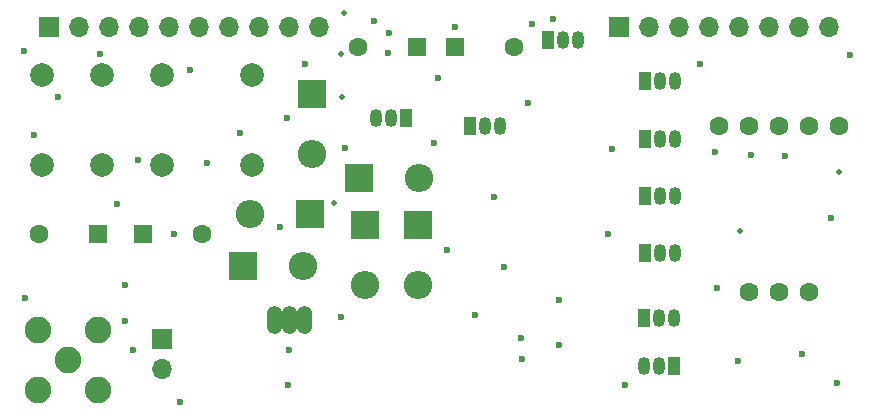
<source format=gts>
G04 #@! TF.GenerationSoftware,KiCad,Pcbnew,8.0.0*
G04 #@! TF.CreationDate,2025-01-04T20:08:10+01:00*
G04 #@! TF.ProjectId,inzynierka,696e7a79-6e69-4657-926b-612e6b696361,rev?*
G04 #@! TF.SameCoordinates,Original*
G04 #@! TF.FileFunction,Soldermask,Top*
G04 #@! TF.FilePolarity,Negative*
%FSLAX46Y46*%
G04 Gerber Fmt 4.6, Leading zero omitted, Abs format (unit mm)*
G04 Created by KiCad (PCBNEW 8.0.0) date 2025-01-04 20:08:10*
%MOMM*%
%LPD*%
G01*
G04 APERTURE LIST*
%ADD10C,0.001000*%
%ADD11R,2.400000X2.400000*%
%ADD12O,2.400000X2.400000*%
%ADD13R,1.600000X1.600000*%
%ADD14C,1.600000*%
%ADD15R,1.700000X1.700000*%
%ADD16O,1.700000X1.700000*%
%ADD17R,1.050000X1.500000*%
%ADD18O,1.050000X1.500000*%
%ADD19C,2.000000*%
%ADD20C,2.250000*%
%ADD21C,0.600000*%
%ADD22C,0.500000*%
G04 APERTURE END LIST*
D10*
X131132800Y-103739500D02*
X131163800Y-103743500D01*
X131195800Y-103748500D01*
X131225800Y-103755500D01*
X131256800Y-103763500D01*
X131286800Y-103773500D01*
X131315800Y-103785500D01*
X131344800Y-103798500D01*
X131372800Y-103812500D01*
X131399800Y-103828500D01*
X131425800Y-103846500D01*
X131451800Y-103865500D01*
X131475800Y-103885500D01*
X131498800Y-103906500D01*
X131520800Y-103928500D01*
X131541800Y-103952500D01*
X131561800Y-103977500D01*
X131579800Y-104002500D01*
X131596800Y-104029500D01*
X131612800Y-104057500D01*
X131626800Y-104085500D01*
X131638800Y-104114500D01*
X131649800Y-104143500D01*
X131659800Y-104173500D01*
X131667800Y-104204500D01*
X131673800Y-104235500D01*
X131678800Y-104266500D01*
X131681800Y-104297500D01*
X131682800Y-104329500D01*
X131682800Y-104357500D01*
X131682800Y-105357500D01*
X131682800Y-105385500D01*
X131681800Y-105417500D01*
X131678800Y-105448500D01*
X131673800Y-105479500D01*
X131667800Y-105510500D01*
X131659800Y-105541500D01*
X131649800Y-105571500D01*
X131638800Y-105600500D01*
X131626800Y-105629500D01*
X131612800Y-105657500D01*
X131596800Y-105685500D01*
X131579800Y-105712500D01*
X131561800Y-105737500D01*
X131541800Y-105762500D01*
X131520800Y-105786500D01*
X131498800Y-105808500D01*
X131475800Y-105829500D01*
X131451800Y-105849500D01*
X131425800Y-105868500D01*
X131399800Y-105886500D01*
X131372800Y-105902500D01*
X131344800Y-105916500D01*
X131315800Y-105929500D01*
X131286800Y-105941500D01*
X131256800Y-105951500D01*
X131225800Y-105959500D01*
X131195800Y-105966500D01*
X131163800Y-105971500D01*
X131132800Y-105975500D01*
X131097800Y-105977500D01*
X131062800Y-105975500D01*
X131031800Y-105971500D01*
X130999800Y-105966500D01*
X130969800Y-105959500D01*
X130938800Y-105951500D01*
X130908800Y-105941500D01*
X130879800Y-105929500D01*
X130850800Y-105916500D01*
X130822800Y-105902500D01*
X130795800Y-105886500D01*
X130769800Y-105868500D01*
X130743800Y-105849500D01*
X130719800Y-105829500D01*
X130696800Y-105808500D01*
X130674800Y-105786500D01*
X130653800Y-105762500D01*
X130633800Y-105737500D01*
X130615800Y-105712500D01*
X130598800Y-105685500D01*
X130582800Y-105657500D01*
X130568800Y-105629500D01*
X130556800Y-105600500D01*
X130545800Y-105571500D01*
X130535800Y-105541500D01*
X130527800Y-105510500D01*
X130521800Y-105479500D01*
X130516800Y-105448500D01*
X130513800Y-105417500D01*
X130512800Y-105385500D01*
X130512800Y-105357500D01*
X130512800Y-104357500D01*
X130512800Y-104329500D01*
X130513800Y-104297500D01*
X130516800Y-104266500D01*
X130521800Y-104235500D01*
X130527800Y-104204500D01*
X130535800Y-104173500D01*
X130545800Y-104143500D01*
X130556800Y-104114500D01*
X130568800Y-104085500D01*
X130582800Y-104057500D01*
X130598800Y-104029500D01*
X130615800Y-104002500D01*
X130633800Y-103977500D01*
X130653800Y-103952500D01*
X130674800Y-103928500D01*
X130696800Y-103906500D01*
X130719800Y-103885500D01*
X130743800Y-103865500D01*
X130769800Y-103846500D01*
X130795800Y-103828500D01*
X130822800Y-103812500D01*
X130850800Y-103798500D01*
X130879800Y-103785500D01*
X130908800Y-103773500D01*
X130938800Y-103763500D01*
X130969800Y-103755500D01*
X130999800Y-103748500D01*
X131031800Y-103743500D01*
X131062800Y-103739500D01*
X131097800Y-103737500D01*
X131132800Y-103739500D01*
G36*
X131132800Y-103739500D02*
G01*
X131163800Y-103743500D01*
X131195800Y-103748500D01*
X131225800Y-103755500D01*
X131256800Y-103763500D01*
X131286800Y-103773500D01*
X131315800Y-103785500D01*
X131344800Y-103798500D01*
X131372800Y-103812500D01*
X131399800Y-103828500D01*
X131425800Y-103846500D01*
X131451800Y-103865500D01*
X131475800Y-103885500D01*
X131498800Y-103906500D01*
X131520800Y-103928500D01*
X131541800Y-103952500D01*
X131561800Y-103977500D01*
X131579800Y-104002500D01*
X131596800Y-104029500D01*
X131612800Y-104057500D01*
X131626800Y-104085500D01*
X131638800Y-104114500D01*
X131649800Y-104143500D01*
X131659800Y-104173500D01*
X131667800Y-104204500D01*
X131673800Y-104235500D01*
X131678800Y-104266500D01*
X131681800Y-104297500D01*
X131682800Y-104329500D01*
X131682800Y-104357500D01*
X131682800Y-105357500D01*
X131682800Y-105385500D01*
X131681800Y-105417500D01*
X131678800Y-105448500D01*
X131673800Y-105479500D01*
X131667800Y-105510500D01*
X131659800Y-105541500D01*
X131649800Y-105571500D01*
X131638800Y-105600500D01*
X131626800Y-105629500D01*
X131612800Y-105657500D01*
X131596800Y-105685500D01*
X131579800Y-105712500D01*
X131561800Y-105737500D01*
X131541800Y-105762500D01*
X131520800Y-105786500D01*
X131498800Y-105808500D01*
X131475800Y-105829500D01*
X131451800Y-105849500D01*
X131425800Y-105868500D01*
X131399800Y-105886500D01*
X131372800Y-105902500D01*
X131344800Y-105916500D01*
X131315800Y-105929500D01*
X131286800Y-105941500D01*
X131256800Y-105951500D01*
X131225800Y-105959500D01*
X131195800Y-105966500D01*
X131163800Y-105971500D01*
X131132800Y-105975500D01*
X131097800Y-105977500D01*
X131062800Y-105975500D01*
X131031800Y-105971500D01*
X130999800Y-105966500D01*
X130969800Y-105959500D01*
X130938800Y-105951500D01*
X130908800Y-105941500D01*
X130879800Y-105929500D01*
X130850800Y-105916500D01*
X130822800Y-105902500D01*
X130795800Y-105886500D01*
X130769800Y-105868500D01*
X130743800Y-105849500D01*
X130719800Y-105829500D01*
X130696800Y-105808500D01*
X130674800Y-105786500D01*
X130653800Y-105762500D01*
X130633800Y-105737500D01*
X130615800Y-105712500D01*
X130598800Y-105685500D01*
X130582800Y-105657500D01*
X130568800Y-105629500D01*
X130556800Y-105600500D01*
X130545800Y-105571500D01*
X130535800Y-105541500D01*
X130527800Y-105510500D01*
X130521800Y-105479500D01*
X130516800Y-105448500D01*
X130513800Y-105417500D01*
X130512800Y-105385500D01*
X130512800Y-105357500D01*
X130512800Y-104357500D01*
X130512800Y-104329500D01*
X130513800Y-104297500D01*
X130516800Y-104266500D01*
X130521800Y-104235500D01*
X130527800Y-104204500D01*
X130535800Y-104173500D01*
X130545800Y-104143500D01*
X130556800Y-104114500D01*
X130568800Y-104085500D01*
X130582800Y-104057500D01*
X130598800Y-104029500D01*
X130615800Y-104002500D01*
X130633800Y-103977500D01*
X130653800Y-103952500D01*
X130674800Y-103928500D01*
X130696800Y-103906500D01*
X130719800Y-103885500D01*
X130743800Y-103865500D01*
X130769800Y-103846500D01*
X130795800Y-103828500D01*
X130822800Y-103812500D01*
X130850800Y-103798500D01*
X130879800Y-103785500D01*
X130908800Y-103773500D01*
X130938800Y-103763500D01*
X130969800Y-103755500D01*
X130999800Y-103748500D01*
X131031800Y-103743500D01*
X131062800Y-103739500D01*
X131097800Y-103737500D01*
X131132800Y-103739500D01*
G37*
X132402800Y-103739500D02*
X132433800Y-103743500D01*
X132465800Y-103748500D01*
X132495800Y-103755500D01*
X132526800Y-103763500D01*
X132556800Y-103773500D01*
X132585800Y-103785500D01*
X132614800Y-103798500D01*
X132642800Y-103812500D01*
X132669800Y-103828500D01*
X132695800Y-103846500D01*
X132721800Y-103865500D01*
X132745800Y-103885500D01*
X132768800Y-103906500D01*
X132790800Y-103928500D01*
X132811800Y-103952500D01*
X132831800Y-103977500D01*
X132849800Y-104002500D01*
X132866800Y-104029500D01*
X132882800Y-104057500D01*
X132896800Y-104085500D01*
X132908800Y-104114500D01*
X132919800Y-104143500D01*
X132929800Y-104173500D01*
X132937800Y-104204500D01*
X132943800Y-104235500D01*
X132948800Y-104266500D01*
X132951800Y-104297500D01*
X132952800Y-104329500D01*
X132952800Y-104357500D01*
X132952800Y-105357500D01*
X132952800Y-105385500D01*
X132951800Y-105417500D01*
X132948800Y-105448500D01*
X132943800Y-105479500D01*
X132937800Y-105510500D01*
X132929800Y-105541500D01*
X132919800Y-105571500D01*
X132908800Y-105600500D01*
X132896800Y-105629500D01*
X132882800Y-105657500D01*
X132866800Y-105685500D01*
X132849800Y-105712500D01*
X132831800Y-105737500D01*
X132811800Y-105762500D01*
X132790800Y-105786500D01*
X132768800Y-105808500D01*
X132745800Y-105829500D01*
X132721800Y-105849500D01*
X132695800Y-105868500D01*
X132669800Y-105886500D01*
X132642800Y-105902500D01*
X132614800Y-105916500D01*
X132585800Y-105929500D01*
X132556800Y-105941500D01*
X132526800Y-105951500D01*
X132495800Y-105959500D01*
X132465800Y-105966500D01*
X132433800Y-105971500D01*
X132402800Y-105975500D01*
X132367800Y-105977500D01*
X132332800Y-105975500D01*
X132301800Y-105971500D01*
X132269800Y-105966500D01*
X132239800Y-105959500D01*
X132208800Y-105951500D01*
X132178800Y-105941500D01*
X132149800Y-105929500D01*
X132120800Y-105916500D01*
X132092800Y-105902500D01*
X132065800Y-105886500D01*
X132039800Y-105868500D01*
X132013800Y-105849500D01*
X131989800Y-105829500D01*
X131966800Y-105808500D01*
X131944800Y-105786500D01*
X131923800Y-105762500D01*
X131903800Y-105737500D01*
X131885800Y-105712500D01*
X131868800Y-105685500D01*
X131852800Y-105657500D01*
X131838800Y-105629500D01*
X131826800Y-105600500D01*
X131815800Y-105571500D01*
X131805800Y-105541500D01*
X131797800Y-105510500D01*
X131791800Y-105479500D01*
X131786800Y-105448500D01*
X131783800Y-105417500D01*
X131782800Y-105385500D01*
X131782800Y-105357500D01*
X131782800Y-104357500D01*
X131782800Y-104329500D01*
X131783800Y-104297500D01*
X131786800Y-104266500D01*
X131791800Y-104235500D01*
X131797800Y-104204500D01*
X131805800Y-104173500D01*
X131815800Y-104143500D01*
X131826800Y-104114500D01*
X131838800Y-104085500D01*
X131852800Y-104057500D01*
X131868800Y-104029500D01*
X131885800Y-104002500D01*
X131903800Y-103977500D01*
X131923800Y-103952500D01*
X131944800Y-103928500D01*
X131966800Y-103906500D01*
X131989800Y-103885500D01*
X132013800Y-103865500D01*
X132039800Y-103846500D01*
X132065800Y-103828500D01*
X132092800Y-103812500D01*
X132120800Y-103798500D01*
X132149800Y-103785500D01*
X132178800Y-103773500D01*
X132208800Y-103763500D01*
X132239800Y-103755500D01*
X132269800Y-103748500D01*
X132301800Y-103743500D01*
X132332800Y-103739500D01*
X132367800Y-103737500D01*
X132402800Y-103739500D01*
G36*
X132402800Y-103739500D02*
G01*
X132433800Y-103743500D01*
X132465800Y-103748500D01*
X132495800Y-103755500D01*
X132526800Y-103763500D01*
X132556800Y-103773500D01*
X132585800Y-103785500D01*
X132614800Y-103798500D01*
X132642800Y-103812500D01*
X132669800Y-103828500D01*
X132695800Y-103846500D01*
X132721800Y-103865500D01*
X132745800Y-103885500D01*
X132768800Y-103906500D01*
X132790800Y-103928500D01*
X132811800Y-103952500D01*
X132831800Y-103977500D01*
X132849800Y-104002500D01*
X132866800Y-104029500D01*
X132882800Y-104057500D01*
X132896800Y-104085500D01*
X132908800Y-104114500D01*
X132919800Y-104143500D01*
X132929800Y-104173500D01*
X132937800Y-104204500D01*
X132943800Y-104235500D01*
X132948800Y-104266500D01*
X132951800Y-104297500D01*
X132952800Y-104329500D01*
X132952800Y-104357500D01*
X132952800Y-105357500D01*
X132952800Y-105385500D01*
X132951800Y-105417500D01*
X132948800Y-105448500D01*
X132943800Y-105479500D01*
X132937800Y-105510500D01*
X132929800Y-105541500D01*
X132919800Y-105571500D01*
X132908800Y-105600500D01*
X132896800Y-105629500D01*
X132882800Y-105657500D01*
X132866800Y-105685500D01*
X132849800Y-105712500D01*
X132831800Y-105737500D01*
X132811800Y-105762500D01*
X132790800Y-105786500D01*
X132768800Y-105808500D01*
X132745800Y-105829500D01*
X132721800Y-105849500D01*
X132695800Y-105868500D01*
X132669800Y-105886500D01*
X132642800Y-105902500D01*
X132614800Y-105916500D01*
X132585800Y-105929500D01*
X132556800Y-105941500D01*
X132526800Y-105951500D01*
X132495800Y-105959500D01*
X132465800Y-105966500D01*
X132433800Y-105971500D01*
X132402800Y-105975500D01*
X132367800Y-105977500D01*
X132332800Y-105975500D01*
X132301800Y-105971500D01*
X132269800Y-105966500D01*
X132239800Y-105959500D01*
X132208800Y-105951500D01*
X132178800Y-105941500D01*
X132149800Y-105929500D01*
X132120800Y-105916500D01*
X132092800Y-105902500D01*
X132065800Y-105886500D01*
X132039800Y-105868500D01*
X132013800Y-105849500D01*
X131989800Y-105829500D01*
X131966800Y-105808500D01*
X131944800Y-105786500D01*
X131923800Y-105762500D01*
X131903800Y-105737500D01*
X131885800Y-105712500D01*
X131868800Y-105685500D01*
X131852800Y-105657500D01*
X131838800Y-105629500D01*
X131826800Y-105600500D01*
X131815800Y-105571500D01*
X131805800Y-105541500D01*
X131797800Y-105510500D01*
X131791800Y-105479500D01*
X131786800Y-105448500D01*
X131783800Y-105417500D01*
X131782800Y-105385500D01*
X131782800Y-105357500D01*
X131782800Y-104357500D01*
X131782800Y-104329500D01*
X131783800Y-104297500D01*
X131786800Y-104266500D01*
X131791800Y-104235500D01*
X131797800Y-104204500D01*
X131805800Y-104173500D01*
X131815800Y-104143500D01*
X131826800Y-104114500D01*
X131838800Y-104085500D01*
X131852800Y-104057500D01*
X131868800Y-104029500D01*
X131885800Y-104002500D01*
X131903800Y-103977500D01*
X131923800Y-103952500D01*
X131944800Y-103928500D01*
X131966800Y-103906500D01*
X131989800Y-103885500D01*
X132013800Y-103865500D01*
X132039800Y-103846500D01*
X132065800Y-103828500D01*
X132092800Y-103812500D01*
X132120800Y-103798500D01*
X132149800Y-103785500D01*
X132178800Y-103773500D01*
X132208800Y-103763500D01*
X132239800Y-103755500D01*
X132269800Y-103748500D01*
X132301800Y-103743500D01*
X132332800Y-103739500D01*
X132367800Y-103737500D01*
X132402800Y-103739500D01*
G37*
X133672800Y-103739500D02*
X133703800Y-103743500D01*
X133735800Y-103748500D01*
X133765800Y-103755500D01*
X133796800Y-103763500D01*
X133826800Y-103773500D01*
X133855800Y-103785500D01*
X133884800Y-103798500D01*
X133912800Y-103812500D01*
X133939800Y-103828500D01*
X133965800Y-103846500D01*
X133991800Y-103865500D01*
X134015800Y-103885500D01*
X134038800Y-103906500D01*
X134060800Y-103928500D01*
X134081800Y-103952500D01*
X134101800Y-103977500D01*
X134119800Y-104002500D01*
X134136800Y-104029500D01*
X134152800Y-104057500D01*
X134166800Y-104085500D01*
X134178800Y-104114500D01*
X134189800Y-104143500D01*
X134199800Y-104173500D01*
X134207800Y-104204500D01*
X134213800Y-104235500D01*
X134218800Y-104266500D01*
X134221800Y-104297500D01*
X134222800Y-104329500D01*
X134222800Y-104357500D01*
X134222800Y-105357500D01*
X134222800Y-105385500D01*
X134221800Y-105417500D01*
X134218800Y-105448500D01*
X134213800Y-105479500D01*
X134207800Y-105510500D01*
X134199800Y-105541500D01*
X134189800Y-105571500D01*
X134178800Y-105600500D01*
X134166800Y-105629500D01*
X134152800Y-105657500D01*
X134136800Y-105685500D01*
X134119800Y-105712500D01*
X134101800Y-105737500D01*
X134081800Y-105762500D01*
X134060800Y-105786500D01*
X134038800Y-105808500D01*
X134015800Y-105829500D01*
X133991800Y-105849500D01*
X133965800Y-105868500D01*
X133939800Y-105886500D01*
X133912800Y-105902500D01*
X133884800Y-105916500D01*
X133855800Y-105929500D01*
X133826800Y-105941500D01*
X133796800Y-105951500D01*
X133765800Y-105959500D01*
X133735800Y-105966500D01*
X133703800Y-105971500D01*
X133672800Y-105975500D01*
X133637800Y-105977500D01*
X133602800Y-105975500D01*
X133571800Y-105971500D01*
X133539800Y-105966500D01*
X133509800Y-105959500D01*
X133478800Y-105951500D01*
X133448800Y-105941500D01*
X133419800Y-105929500D01*
X133390800Y-105916500D01*
X133362800Y-105902500D01*
X133335800Y-105886500D01*
X133309800Y-105868500D01*
X133283800Y-105849500D01*
X133259800Y-105829500D01*
X133236800Y-105808500D01*
X133214800Y-105786500D01*
X133193800Y-105762500D01*
X133173800Y-105737500D01*
X133155800Y-105712500D01*
X133138800Y-105685500D01*
X133122800Y-105657500D01*
X133108800Y-105629500D01*
X133096800Y-105600500D01*
X133085800Y-105571500D01*
X133075800Y-105541500D01*
X133067800Y-105510500D01*
X133061800Y-105479500D01*
X133056800Y-105448500D01*
X133053800Y-105417500D01*
X133052800Y-105385500D01*
X133052800Y-105357500D01*
X133052800Y-104357500D01*
X133052800Y-104329500D01*
X133053800Y-104297500D01*
X133056800Y-104266500D01*
X133061800Y-104235500D01*
X133067800Y-104204500D01*
X133075800Y-104173500D01*
X133085800Y-104143500D01*
X133096800Y-104114500D01*
X133108800Y-104085500D01*
X133122800Y-104057500D01*
X133138800Y-104029500D01*
X133155800Y-104002500D01*
X133173800Y-103977500D01*
X133193800Y-103952500D01*
X133214800Y-103928500D01*
X133236800Y-103906500D01*
X133259800Y-103885500D01*
X133283800Y-103865500D01*
X133309800Y-103846500D01*
X133335800Y-103828500D01*
X133362800Y-103812500D01*
X133390800Y-103798500D01*
X133419800Y-103785500D01*
X133448800Y-103773500D01*
X133478800Y-103763500D01*
X133509800Y-103755500D01*
X133539800Y-103748500D01*
X133571800Y-103743500D01*
X133602800Y-103739500D01*
X133637800Y-103737500D01*
X133672800Y-103739500D01*
G36*
X133672800Y-103739500D02*
G01*
X133703800Y-103743500D01*
X133735800Y-103748500D01*
X133765800Y-103755500D01*
X133796800Y-103763500D01*
X133826800Y-103773500D01*
X133855800Y-103785500D01*
X133884800Y-103798500D01*
X133912800Y-103812500D01*
X133939800Y-103828500D01*
X133965800Y-103846500D01*
X133991800Y-103865500D01*
X134015800Y-103885500D01*
X134038800Y-103906500D01*
X134060800Y-103928500D01*
X134081800Y-103952500D01*
X134101800Y-103977500D01*
X134119800Y-104002500D01*
X134136800Y-104029500D01*
X134152800Y-104057500D01*
X134166800Y-104085500D01*
X134178800Y-104114500D01*
X134189800Y-104143500D01*
X134199800Y-104173500D01*
X134207800Y-104204500D01*
X134213800Y-104235500D01*
X134218800Y-104266500D01*
X134221800Y-104297500D01*
X134222800Y-104329500D01*
X134222800Y-104357500D01*
X134222800Y-105357500D01*
X134222800Y-105385500D01*
X134221800Y-105417500D01*
X134218800Y-105448500D01*
X134213800Y-105479500D01*
X134207800Y-105510500D01*
X134199800Y-105541500D01*
X134189800Y-105571500D01*
X134178800Y-105600500D01*
X134166800Y-105629500D01*
X134152800Y-105657500D01*
X134136800Y-105685500D01*
X134119800Y-105712500D01*
X134101800Y-105737500D01*
X134081800Y-105762500D01*
X134060800Y-105786500D01*
X134038800Y-105808500D01*
X134015800Y-105829500D01*
X133991800Y-105849500D01*
X133965800Y-105868500D01*
X133939800Y-105886500D01*
X133912800Y-105902500D01*
X133884800Y-105916500D01*
X133855800Y-105929500D01*
X133826800Y-105941500D01*
X133796800Y-105951500D01*
X133765800Y-105959500D01*
X133735800Y-105966500D01*
X133703800Y-105971500D01*
X133672800Y-105975500D01*
X133637800Y-105977500D01*
X133602800Y-105975500D01*
X133571800Y-105971500D01*
X133539800Y-105966500D01*
X133509800Y-105959500D01*
X133478800Y-105951500D01*
X133448800Y-105941500D01*
X133419800Y-105929500D01*
X133390800Y-105916500D01*
X133362800Y-105902500D01*
X133335800Y-105886500D01*
X133309800Y-105868500D01*
X133283800Y-105849500D01*
X133259800Y-105829500D01*
X133236800Y-105808500D01*
X133214800Y-105786500D01*
X133193800Y-105762500D01*
X133173800Y-105737500D01*
X133155800Y-105712500D01*
X133138800Y-105685500D01*
X133122800Y-105657500D01*
X133108800Y-105629500D01*
X133096800Y-105600500D01*
X133085800Y-105571500D01*
X133075800Y-105541500D01*
X133067800Y-105510500D01*
X133061800Y-105479500D01*
X133056800Y-105448500D01*
X133053800Y-105417500D01*
X133052800Y-105385500D01*
X133052800Y-105357500D01*
X133052800Y-104357500D01*
X133052800Y-104329500D01*
X133053800Y-104297500D01*
X133056800Y-104266500D01*
X133061800Y-104235500D01*
X133067800Y-104204500D01*
X133075800Y-104173500D01*
X133085800Y-104143500D01*
X133096800Y-104114500D01*
X133108800Y-104085500D01*
X133122800Y-104057500D01*
X133138800Y-104029500D01*
X133155800Y-104002500D01*
X133173800Y-103977500D01*
X133193800Y-103952500D01*
X133214800Y-103928500D01*
X133236800Y-103906500D01*
X133259800Y-103885500D01*
X133283800Y-103865500D01*
X133309800Y-103846500D01*
X133335800Y-103828500D01*
X133362800Y-103812500D01*
X133390800Y-103798500D01*
X133419800Y-103785500D01*
X133448800Y-103773500D01*
X133478800Y-103763500D01*
X133509800Y-103755500D01*
X133539800Y-103748500D01*
X133571800Y-103743500D01*
X133602800Y-103739500D01*
X133637800Y-103737500D01*
X133672800Y-103739500D01*
G37*
D11*
X138250000Y-92900000D03*
D12*
X143330000Y-92900000D03*
D13*
X146400000Y-81780000D03*
D14*
X151400000Y-81780000D03*
D11*
X134350000Y-85770000D03*
D12*
X134350000Y-90850000D03*
D15*
X121600000Y-106525000D03*
D16*
X121600000Y-109065000D03*
D17*
X154330000Y-81200000D03*
D18*
X155600000Y-81200000D03*
X156870000Y-81200000D03*
D13*
X116200000Y-97600000D03*
D14*
X111200000Y-97600000D03*
D17*
X165000000Y-108800000D03*
D18*
X163730000Y-108800000D03*
X162460000Y-108800000D03*
D13*
X143200000Y-81780000D03*
D14*
X138200000Y-81780000D03*
D19*
X129230000Y-91750000D03*
X121610000Y-91750000D03*
X116530000Y-91750000D03*
X111450000Y-91750000D03*
X129230000Y-84130000D03*
X121610000Y-84130000D03*
X116530000Y-84130000D03*
X111450000Y-84130000D03*
D15*
X112040000Y-80100000D03*
D16*
X114580000Y-80100000D03*
X117120000Y-80100000D03*
X119660000Y-80100000D03*
X122200000Y-80100000D03*
X124740000Y-80100000D03*
X127280000Y-80100000D03*
X129820000Y-80100000D03*
X132360000Y-80100000D03*
X134900000Y-80100000D03*
D11*
X143300000Y-96860000D03*
D12*
X143300000Y-101940000D03*
D11*
X134150000Y-95940000D03*
D12*
X129070000Y-95940000D03*
D17*
X147680000Y-88500000D03*
D18*
X148950000Y-88500000D03*
X150220000Y-88500000D03*
D11*
X138800000Y-96860000D03*
D12*
X138800000Y-101940000D03*
D17*
X162530000Y-94360000D03*
D18*
X163800000Y-94360000D03*
X165070000Y-94360000D03*
D17*
X162530000Y-89560000D03*
D18*
X163800000Y-89560000D03*
X165070000Y-89560000D03*
D20*
X113640000Y-108280000D03*
X111100000Y-110820000D03*
X116180000Y-110820000D03*
X111100000Y-105740000D03*
X116180000Y-105740000D03*
D11*
X128480000Y-100340000D03*
D12*
X133560000Y-100340000D03*
D17*
X162460000Y-104700000D03*
D18*
X163730000Y-104700000D03*
X165000000Y-104700000D03*
D17*
X162500000Y-84700000D03*
D18*
X163770000Y-84700000D03*
X165040000Y-84700000D03*
D17*
X162500000Y-99200000D03*
D18*
X163770000Y-99200000D03*
X165040000Y-99200000D03*
D15*
X160300000Y-80100000D03*
D16*
X162840000Y-80100000D03*
X165380000Y-80100000D03*
X167920000Y-80100000D03*
X170460000Y-80100000D03*
X173000000Y-80100000D03*
X175540000Y-80100000D03*
X178080000Y-80100000D03*
D13*
X120000000Y-97600000D03*
D14*
X125000000Y-97600000D03*
D17*
X142300000Y-87800000D03*
D18*
X141030000Y-87800000D03*
X139760000Y-87800000D03*
D14*
X178900000Y-88500000D03*
X176360000Y-88500000D03*
X173820000Y-88500000D03*
X171280000Y-88500000D03*
X168740000Y-88500000D03*
X176360000Y-102500000D03*
X173820000Y-102500000D03*
X171280000Y-102500000D03*
D21*
X149700000Y-94450000D03*
X150600000Y-100400000D03*
X118500000Y-101900000D03*
X168600000Y-102200000D03*
X119580000Y-91360000D03*
D22*
X136170000Y-94950000D03*
D21*
X123100000Y-111800000D03*
X159730000Y-90400000D03*
X125460000Y-91570000D03*
X140780000Y-82330000D03*
X160780000Y-110360000D03*
X170400000Y-108400000D03*
X118440000Y-104960000D03*
X145700000Y-99000000D03*
X136800000Y-104600000D03*
D22*
X136840000Y-85990000D03*
D21*
X145000000Y-84400000D03*
X110800000Y-89200000D03*
X179890000Y-82430000D03*
X178770000Y-110190000D03*
X154740000Y-79430000D03*
X116400000Y-82400000D03*
D22*
X178900000Y-92350000D03*
X136740000Y-82370000D03*
D21*
X144630000Y-89930000D03*
X128180000Y-89080000D03*
X117800000Y-95100000D03*
X131610000Y-96990000D03*
X132300000Y-110400000D03*
D22*
X137050000Y-78860000D03*
D21*
X171510000Y-90920000D03*
X132200000Y-87800000D03*
X110030000Y-103040000D03*
X137070000Y-90320000D03*
X112790000Y-86020000D03*
X178250000Y-96250000D03*
X174370000Y-91040000D03*
X168420000Y-90630000D03*
X175800000Y-107800000D03*
D22*
X170560000Y-97360000D03*
D21*
X122600000Y-97600000D03*
X119160000Y-107420000D03*
X152580000Y-86550000D03*
X132400000Y-107470000D03*
X109960000Y-82110000D03*
X124010000Y-83700000D03*
X139530000Y-79600000D03*
X152930000Y-79800000D03*
X146380000Y-80120000D03*
X133750000Y-83190000D03*
X140870000Y-80580000D03*
X152000000Y-106390000D03*
X148150000Y-104450000D03*
X155200000Y-107000000D03*
X152100000Y-108200000D03*
X159400000Y-97600000D03*
X155200000Y-103200000D03*
X167150000Y-83260000D03*
M02*

</source>
